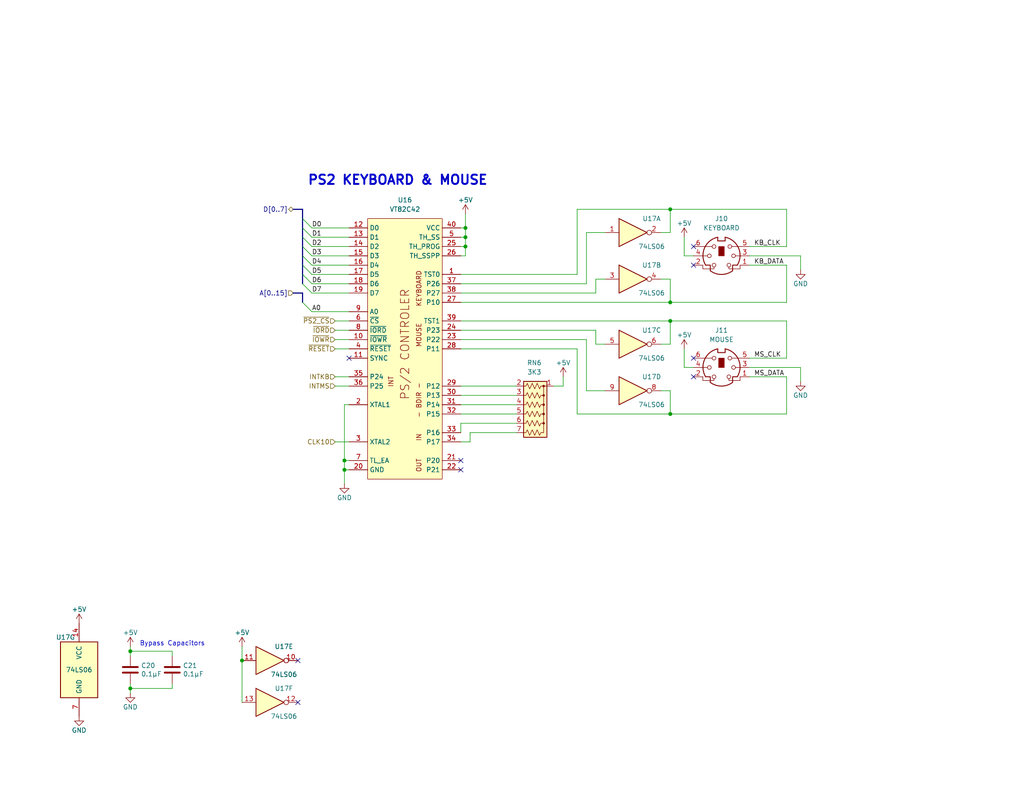
<source format=kicad_sch>
(kicad_sch (version 20230121) (generator eeschema)
  (paper "USLetter")
  (title_block (date "2023-08-13") (rev "V2") (company "Frédéric Segard  (@microhobbyist)"))
  (lib_symbols
    (symbol "+5V_1" (power) (pin_names (offset 0))
      (property "Value" "+5V_1" (at 0 3.556 0))
      (symbol "+5V_1_0_1"
        (polyline (pts (xy -0.762 1.27) (xy 0 2.54)))
        (polyline (pts (xy 0 0) (xy 0 2.54)))
        (polyline (pts (xy 0 2.54) (xy 0.762 1.27)))
      )
      (symbol "+5V_1_1_1"
        (pin power_in line (at 0 0 90) (length 0) hide (name "+5V") (number "1"))
      )
    )
    (symbol "0_Library:VT82C42"
      (property "Reference" "U" (at 0 2.54 0))
      (property "Value" "VT82C42" (at 0 0 0))
      (symbol "VT82C42_0_0"
        (text "- BDIR -" (at 3.81 -50.8 900) (effects (font (size 1.27 1.27))))
        (text "IN" (at 3.81 -60.96 900) (effects (font (size 1.27 1.27))))
        (text "INT" (at -3.81 -45.72 900) (effects (font (size 1.27 1.27))))
        (text "KEYBOARD" (at 3.81 -20.32 900) (effects (font (size 1.27 1.27))))
        (text "MOUSE" (at 3.81 -33.02 900) (effects (font (size 1.27 1.27))))
        (text "OUT" (at 3.81 -68.58 900) (effects (font (size 1.27 1.27))))
        (text "PS/2 CONTROLER" (at 0 -35.56 900) (effects (font (size 2.27 2.27))))
      )
      (symbol "VT82C42_0_1"
        (rectangle (start -10.16 -1.27) (end 10.16 -72.39) (fill (type background)))
      )
      (symbol "VT82C42_1_1"
        (pin input line (at 15.24 -16.51 180) (length 5.08) (name "TST0") (number "1"))
        (pin input line (at -15.24 -34.29 0) (length 5.08) (name "~{IOWR}") (number "10"))
        (pin output line (at -15.24 -39.37 0) (length 5.08) (name "SYNC") (number "11"))
        (pin bidirectional line (at -15.24 -3.81 0) (length 5.08) (name "D0") (number "12"))
        (pin bidirectional line (at -15.24 -6.35 0) (length 5.08) (name "D1") (number "13"))
        (pin bidirectional line (at -15.24 -8.89 0) (length 5.08) (name "D2") (number "14"))
        (pin bidirectional line (at -15.24 -11.43 0) (length 5.08) (name "D3") (number "15"))
        (pin bidirectional line (at -15.24 -13.97 0) (length 5.08) (name "D4") (number "16"))
        (pin bidirectional line (at -15.24 -16.51 0) (length 5.08) (name "D5") (number "17"))
        (pin bidirectional line (at -15.24 -19.05 0) (length 5.08) (name "D6") (number "18"))
        (pin bidirectional line (at -15.24 -21.59 0) (length 5.08) (name "D7") (number "19"))
        (pin input line (at -15.24 -52.07 0) (length 5.08) (name "XTAL1") (number "2"))
        (pin power_in line (at -15.24 -69.85 0) (length 5.08) (name "GND") (number "20"))
        (pin output line (at 15.24 -67.31 180) (length 5.08) (name "P20") (number "21"))
        (pin output line (at 15.24 -69.85 180) (length 5.08) (name "P21") (number "22"))
        (pin output line (at 15.24 -34.29 180) (length 5.08) (name "P22") (number "23"))
        (pin output line (at 15.24 -31.75 180) (length 5.08) (name "P23") (number "24"))
        (pin input line (at 15.24 -8.89 180) (length 5.08) (name "TH_PROG") (number "25"))
        (pin input line (at 15.24 -11.43 180) (length 5.08) (name "TH_SSPP") (number "26"))
        (pin bidirectional line (at 15.24 -24.13 180) (length 5.08) (name "P10") (number "27"))
        (pin bidirectional line (at 15.24 -36.83 180) (length 5.08) (name "P11") (number "28"))
        (pin bidirectional line (at 15.24 -46.99 180) (length 5.08) (name "P12") (number "29"))
        (pin input line (at -15.24 -62.23 0) (length 5.08) (name "XTAL2") (number "3"))
        (pin bidirectional line (at 15.24 -49.53 180) (length 5.08) (name "P13") (number "30"))
        (pin bidirectional line (at 15.24 -52.07 180) (length 5.08) (name "P14") (number "31"))
        (pin bidirectional line (at 15.24 -54.61 180) (length 5.08) (name "P15") (number "32"))
        (pin input line (at 15.24 -59.69 180) (length 5.08) (name "P16") (number "33"))
        (pin input line (at 15.24 -62.23 180) (length 5.08) (name "P17") (number "34"))
        (pin output line (at -15.24 -44.45 0) (length 5.08) (name "P24") (number "35"))
        (pin output line (at -15.24 -46.99 0) (length 5.08) (name "P25") (number "36"))
        (pin output line (at 15.24 -19.05 180) (length 5.08) (name "P26") (number "37"))
        (pin output line (at 15.24 -21.59 180) (length 5.08) (name "P27") (number "38"))
        (pin input line (at 15.24 -29.21 180) (length 5.08) (name "TST1") (number "39"))
        (pin input line (at -15.24 -36.83 0) (length 5.08) (name "~{RESET}") (number "4"))
        (pin power_in line (at 15.24 -3.81 180) (length 5.08) (name "VCC") (number "40"))
        (pin input line (at 15.24 -6.35 180) (length 5.08) (name "TH_SS") (number "5"))
        (pin input line (at -15.24 -29.21 0) (length 5.08) (name "~{CS}") (number "6"))
        (pin input line (at -15.24 -67.31 0) (length 5.08) (name "TL_EA") (number "7"))
        (pin input line (at -15.24 -31.75 0) (length 5.08) (name "~{IORD}") (number "8"))
        (pin input line (at -15.24 -26.67 0) (length 5.08) (name "A0") (number "9"))
      )
    )
    (symbol "74xx:74LS06" (pin_names (offset 1.016))
      (property "Reference" "U" (at 0 1.27 0))
      (property "Value" "74LS06" (at 0 -1.27 0))
      (symbol "74LS06_1_0"
        (polyline (pts (xy -3.81 3.81) (xy -3.81 -3.81) (xy 3.81 0) (xy -3.81 3.81)) (stroke (width 0.254)) (fill (type background)))
        (pin input line (at -7.62 0 0) (length 3.81) (name "~") (number "1"))
        (pin open_collector inverted (at 7.62 0 180) (length 3.81) (name "~") (number "2"))
      )
      (symbol "74LS06_2_0"
        (polyline (pts (xy -3.81 3.81) (xy -3.81 -3.81) (xy 3.81 0) (xy -3.81 3.81)) (stroke (width 0.254)) (fill (type background)))
        (pin input line (at -7.62 0 0) (length 3.81) (name "~") (number "3"))
        (pin open_collector inverted (at 7.62 0 180) (length 3.81) (name "~") (number "4"))
      )
      (symbol "74LS06_3_0"
        (polyline (pts (xy -3.81 3.81) (xy -3.81 -3.81) (xy 3.81 0) (xy -3.81 3.81)) (stroke (width 0.254)) (fill (type background)))
        (pin input line (at -7.62 0 0) (length 3.81) (name "~") (number "5"))
        (pin open_collector inverted (at 7.62 0 180) (length 3.81) (name "~") (number "6"))
      )
      (symbol "74LS06_4_0"
        (polyline (pts (xy -3.81 3.81) (xy -3.81 -3.81) (xy 3.81 0) (xy -3.81 3.81)) (stroke (width 0.254)) (fill (type background)))
        (pin open_collector inverted (at 7.62 0 180) (length 3.81) (name "~") (number "8"))
        (pin input line (at -7.62 0 0) (length 3.81) (name "~") (number "9"))
      )
      (symbol "74LS06_5_0"
        (polyline (pts (xy -3.81 3.81) (xy -3.81 -3.81) (xy 3.81 0) (xy -3.81 3.81)) (stroke (width 0.254)) (fill (type background)))
        (pin open_collector inverted (at 7.62 0 180) (length 3.81) (name "~") (number "10"))
        (pin input line (at -7.62 0 0) (length 3.81) (name "~") (number "11"))
      )
      (symbol "74LS06_6_0"
        (polyline (pts (xy -3.81 3.81) (xy -3.81 -3.81) (xy 3.81 0) (xy -3.81 3.81)) (stroke (width 0.254)) (fill (type background)))
        (pin open_collector inverted (at 7.62 0 180) (length 3.81) (name "~") (number "12"))
        (pin input line (at -7.62 0 0) (length 3.81) (name "~") (number "13"))
      )
      (symbol "74LS06_7_0"
        (pin power_in line (at 0 12.7 270) (length 5.08) (name "VCC") (number "14"))
        (pin power_in line (at 0 -12.7 90) (length 5.08) (name "GND") (number "7"))
      )
      (symbol "74LS06_7_1"
        (rectangle (start -5.08 7.62) (end 5.08 -7.62) (stroke (width 0.254)) (fill (type background)))
      )
    )
    (symbol "Connector:Mini-DIN-6" (pin_names (offset 1.016))
      (property "Reference" "J" (at 0 6.35 0))
      (property "Value" "Mini-DIN-6" (at 0 -6.35 0))
      (symbol "Mini-DIN-6_0_1"
        (circle (center -3.302 0) (radius 0.508))
        (arc (start -3.048 -4.064) (mid 0 -5.08) (end 3.048 -4.064) (stroke (width 0.254)))
        (circle (center -2.032 -2.54) (radius 0.508))
        (circle (center -2.032 2.54) (radius 0.508))
        (arc (start -1.016 5.08) (mid -4.6228 2.1214) (end -4.318 -2.54) (stroke (width 0.254)))
        (rectangle (start -0.762 2.54) (end 0.762 0) (fill (type outline)))
        (polyline (pts (xy -3.81 0) (xy -5.08 0)))
        (polyline (pts (xy -2.54 2.54) (xy -5.08 2.54)))
        (polyline (pts (xy 2.794 2.54) (xy 5.08 2.54)))
        (polyline (pts (xy 5.08 0) (xy 3.81 0)))
        (polyline (pts (xy -4.318 -2.54) (xy -3.048 -2.54) (xy -3.048 -4.064)) (stroke (width 0.254)))
        (polyline (pts (xy 4.318 -2.54) (xy 3.048 -2.54) (xy 3.048 -4.064)) (stroke (width 0.254)))
        (polyline (pts (xy -2.032 -3.048) (xy -2.032 -3.556) (xy -5.08 -3.556) (xy -5.08 -2.54)))
        (polyline (pts (xy -1.016 5.08) (xy -1.016 4.064) (xy 1.016 4.064) (xy 1.016 5.08)) (stroke (width 0.254)))
        (polyline (pts (xy 2.032 -3.048) (xy 2.032 -3.556) (xy 5.08 -3.556) (xy 5.08 -2.54)))
        (circle (center 2.032 -2.54) (radius 0.508))
        (circle (center 2.286 2.54) (radius 0.508))
        (circle (center 3.302 0) (radius 0.508))
        (arc (start 4.318 -2.54) (mid 4.6661 2.1322) (end 1.016 5.08) (stroke (width 0.254)))
      )
      (symbol "Mini-DIN-6_1_1"
        (pin passive line (at 7.62 -2.54 180) (length 2.54) (name "~") (number "1"))
        (pin passive line (at -7.62 -2.54 0) (length 2.54) (name "~") (number "2"))
        (pin passive line (at 7.62 0 180) (length 2.54) (name "~") (number "3"))
        (pin passive line (at -7.62 0 0) (length 2.54) (name "~") (number "4"))
        (pin passive line (at 7.62 2.54 180) (length 2.54) (name "~") (number "5"))
        (pin passive line (at -7.62 2.54 0) (length 2.54) (name "~") (number "6"))
      )
    )
    (symbol "Device:C" (pin_numbers hide) (pin_names (offset 0.254))
      (property "Reference" "C" (at 0.635 2.54 0))
      (property "Value" "C" (at 0.635 -2.54 0))
      (symbol "C_0_1"
        (polyline (pts (xy -2.032 -0.762) (xy 2.032 -0.762)) (stroke (width 0.508)))
        (polyline (pts (xy -2.032 0.762) (xy 2.032 0.762)) (stroke (width 0.508)))
      )
      (symbol "C_1_1"
        (pin passive line (at 0 3.81 270) (length 2.794) (name "~") (number "1"))
        (pin passive line (at 0 -3.81 90) (length 2.794) (name "~") (number "2"))
      )
    )
    (symbol "Device:R_Network06_US" (pin_names (offset 0) hide)
      (property "Reference" "RN" (at -10.16 0 90))
      (property "Value" "R_Network06_US" (at 7.62 0 90))
      (symbol "R_Network06_US_0_1"
        (rectangle (start -8.89 -3.175) (end 6.35 3.175) (stroke (width 0.254)) (fill (type background)))
        (circle (center -7.62 2.286) (radius 0.254) (fill (type outline)))
        (circle (center -5.08 2.286) (radius 0.254) (fill (type outline)))
        (circle (center -2.54 2.286) (radius 0.254) (fill (type outline)))
        (polyline (pts (xy -7.62 2.286) (xy 5.08 2.286)))
        (polyline (pts (xy -7.62 2.286) (xy -7.62 1.524) (xy -6.858 1.1684) (xy -8.382 0.508) (xy -6.858 -0.1524) (xy -8.382 -0.8382) (xy -6.858 -1.524) (xy -8.382 -2.1844) (xy -7.62 -2.54) (xy -7.62 -3.81)))
        (polyline (pts (xy -5.08 2.286) (xy -5.08 1.524) (xy -4.318 1.1684) (xy -5.842 0.508) (xy -4.318 -0.1524) (xy -5.842 -0.8382) (xy -4.318 -1.524) (xy -5.842 -2.1844) (xy -5.08 -2.54) (xy -5.08 -3.81)))
        (polyline (pts (xy -2.54 2.286) (xy -2.54 1.524) (xy -1.778 1.1684) (xy -3.302 0.508) (xy -1.778 -0.1524) (xy -3.302 -0.8382) (xy -1.778 -1.524) (xy -3.302 -2.1844) (xy -2.54 -2.54) (xy -2.54 -3.81)))
        (polyline (pts (xy 0 2.286) (xy 0 1.524) (xy 0.762 1.1684) (xy -0.762 0.508) (xy 0.762 -0.1524) (xy -0.762 -0.8382) (xy 0.762 -1.524) (xy -0.762 -2.1844) (xy 0 -2.54) (xy 0 -3.81)))
        (polyline (pts (xy 2.54 2.286) (xy 2.54 1.524) (xy 3.302 1.1684) (xy 1.778 0.508) (xy 3.302 -0.1524) (xy 1.778 -0.8382) (xy 3.302 -1.524) (xy 1.778 -2.1844) (xy 2.54 -2.54) (xy 2.54 -3.81)))
        (polyline (pts (xy 5.08 2.286) (xy 5.08 1.524) (xy 5.842 1.1684) (xy 4.318 0.508) (xy 5.842 -0.1524) (xy 4.318 -0.8382) (xy 5.842 -1.524) (xy 4.318 -2.1844) (xy 5.08 -2.54) (xy 5.08 -3.81)))
        (circle (center 0 2.286) (radius 0.254) (fill (type outline)))
        (circle (center 2.54 2.286) (radius 0.254) (fill (type outline)))
      )
      (symbol "R_Network06_US_1_1"
        (pin passive line (at -7.62 5.08 270) (length 2.54) (name "common") (number "1"))
        (pin passive line (at -7.62 -5.08 90) (length 1.27) (name "R1") (number "2"))
        (pin passive line (at -5.08 -5.08 90) (length 1.27) (name "R2") (number "3"))
        (pin passive line (at -2.54 -5.08 90) (length 1.27) (name "R3") (number "4"))
        (pin passive line (at 0 -5.08 90) (length 1.27) (name "R4") (number "5"))
        (pin passive line (at 2.54 -5.08 90) (length 1.27) (name "R5") (number "6"))
        (pin passive line (at 5.08 -5.08 90) (length 1.27) (name "R6") (number "7"))
      )
    )
    (symbol "GND_1" (power) (pin_names (offset 0))
      (property "Value" "GND_1" (at 0 -3.81 0))
      (symbol "GND_1_0_1"
        (polyline (pts (xy 0 0) (xy 0 -1.27) (xy 1.27 -1.27) (xy 0 -2.54) (xy -1.27 -1.27) (xy 0 -1.27)))
      )
      (symbol "GND_1_1_1"
        (pin power_in line (at 0 0 270) (length 0) hide (name "GND") (number "1"))
      )
    )
  )
  (junction (at 93.98 128.27))
  (junction (at 35.56 177.8))
  (junction (at 182.88 57.15))
  (junction (at 127 62.23))
  (junction (at 182.88 87.63))
  (junction (at 93.98 125.73))
  (junction (at 66.04 180.34))
  (junction (at 127 67.31))
  (junction (at 35.56 187.96))
  (junction (at 127 64.77))
  (junction (at 182.88 113.03))
  (junction (at 182.88 82.55))
  (no_connect (at 189.23 72.39))
  (no_connect (at 95.25 97.79))
  (no_connect (at 189.23 97.79))
  (no_connect (at 189.23 67.31))
  (no_connect (at 81.28 180.34))
  (no_connect (at 189.23 102.87))
  (no_connect (at 125.73 125.73))
  (no_connect (at 81.28 191.77))
  (no_connect (at 125.73 128.27))
  (bus_entry (at 82.55 62.23) (size 2.54 2.54))
  (bus_entry (at 82.55 69.85) (size 2.54 2.54))
  (bus_entry (at 82.55 67.31) (size 2.54 2.54))
  (bus_entry (at 82.55 64.77) (size 2.54 2.54))
  (bus_entry (at 82.55 59.69) (size 2.54 2.54))
  (bus_entry (at 82.55 77.47) (size 2.54 2.54))
  (bus_entry (at 82.55 72.39) (size 2.54 2.54))
  (bus_entry (at 85.09 85.09) (size -2.54 -2.54))
  (bus_entry (at 82.55 74.93) (size 2.54 2.54))
  (wire (pts (xy 127 58.42) (xy 127 62.23)))
  (bus (pts (xy 82.55 74.93) (xy 82.55 72.39)))
  (wire (pts (xy 162.56 90.17) (xy 125.73 90.17)))
  (wire (pts (xy 93.98 125.73) (xy 95.25 125.73)))
  (wire (pts (xy 125.73 113.03) (xy 140.97 113.03)))
  (wire (pts (xy 91.44 105.41) (xy 95.25 105.41)))
  (wire (pts (xy 160.02 106.68) (xy 160.02 92.71)))
  (wire (pts (xy 182.88 57.15) (xy 182.88 63.5)))
  (wire (pts (xy 160.02 77.47) (xy 125.73 77.47)))
  (bus (pts (xy 82.55 82.55) (xy 82.55 80.01)))
  (bus (pts (xy 82.55 67.31) (xy 82.55 64.77)))
  (wire (pts (xy 125.73 120.65) (xy 128.27 120.65)))
  (wire (pts (xy 180.34 106.68) (xy 182.88 106.68)))
  (wire (pts (xy 91.44 102.87) (xy 95.25 102.87)))
  (wire (pts (xy 204.47 72.39) (xy 214.63 72.39)))
  (wire (pts (xy 214.63 82.55) (xy 214.63 72.39)))
  (wire (pts (xy 35.56 186.69) (xy 35.56 187.96)))
  (wire (pts (xy 157.48 74.93) (xy 125.73 74.93)))
  (wire (pts (xy 127 64.77) (xy 127 67.31)))
  (bus (pts (xy 80.01 80.01) (xy 82.55 80.01)))
  (wire (pts (xy 160.02 63.5) (xy 160.02 77.47)))
  (bus (pts (xy 82.55 69.85) (xy 82.55 67.31)))
  (wire (pts (xy 46.99 177.8) (xy 35.56 177.8)))
  (wire (pts (xy 204.47 67.31) (xy 214.63 67.31)))
  (wire (pts (xy 127 67.31) (xy 127 69.85)))
  (wire (pts (xy 162.56 76.2) (xy 162.56 80.01)))
  (bus (pts (xy 82.55 72.39) (xy 82.55 69.85)))
  (wire (pts (xy 93.98 128.27) (xy 95.25 128.27)))
  (wire (pts (xy 125.73 64.77) (xy 127 64.77)))
  (wire (pts (xy 214.63 102.87) (xy 214.63 113.03)))
  (wire (pts (xy 85.09 85.09) (xy 95.25 85.09)))
  (wire (pts (xy 182.88 82.55) (xy 214.63 82.55)))
  (wire (pts (xy 93.98 125.73) (xy 93.98 128.27)))
  (wire (pts (xy 165.1 106.68) (xy 160.02 106.68)))
  (wire (pts (xy 128.27 120.65) (xy 128.27 118.11)))
  (wire (pts (xy 35.56 187.96) (xy 46.99 187.96)))
  (wire (pts (xy 182.88 63.5) (xy 180.34 63.5)))
  (wire (pts (xy 35.56 177.8) (xy 35.56 179.07)))
  (wire (pts (xy 66.04 180.34) (xy 66.04 191.77)))
  (wire (pts (xy 204.47 102.87) (xy 214.63 102.87)))
  (wire (pts (xy 91.44 87.63) (xy 95.25 87.63)))
  (bus (pts (xy 82.55 62.23) (xy 82.55 59.69)))
  (wire (pts (xy 85.09 67.31) (xy 95.25 67.31)))
  (wire (pts (xy 160.02 63.5) (xy 165.1 63.5)))
  (wire (pts (xy 157.48 113.03) (xy 157.48 95.25)))
  (wire (pts (xy 35.56 187.96) (xy 35.56 189.23)))
  (wire (pts (xy 128.27 118.11) (xy 140.97 118.11)))
  (wire (pts (xy 182.88 76.2) (xy 182.88 82.55)))
  (wire (pts (xy 162.56 76.2) (xy 165.1 76.2)))
  (wire (pts (xy 125.73 115.57) (xy 140.97 115.57)))
  (wire (pts (xy 93.98 110.49) (xy 95.25 110.49)))
  (wire (pts (xy 160.02 92.71) (xy 125.73 92.71)))
  (wire (pts (xy 125.73 80.01) (xy 162.56 80.01)))
  (wire (pts (xy 153.67 105.41) (xy 151.13 105.41)))
  (wire (pts (xy 204.47 100.33) (xy 218.44 100.33)))
  (wire (pts (xy 46.99 186.69) (xy 46.99 187.96)))
  (wire (pts (xy 85.09 74.93) (xy 95.25 74.93)))
  (wire (pts (xy 182.88 87.63) (xy 182.88 93.98)))
  (wire (pts (xy 127 62.23) (xy 127 64.77)))
  (wire (pts (xy 218.44 69.85) (xy 218.44 73.66)))
  (wire (pts (xy 125.73 110.49) (xy 140.97 110.49)))
  (wire (pts (xy 93.98 128.27) (xy 93.98 132.08)))
  (wire (pts (xy 182.88 87.63) (xy 214.63 87.63)))
  (wire (pts (xy 189.23 69.85) (xy 186.69 69.85)))
  (wire (pts (xy 180.34 76.2) (xy 182.88 76.2)))
  (wire (pts (xy 85.09 77.47) (xy 95.25 77.47)))
  (wire (pts (xy 153.67 102.87) (xy 153.67 105.41)))
  (bus (pts (xy 82.55 64.77) (xy 82.55 62.23)))
  (wire (pts (xy 157.48 95.25) (xy 125.73 95.25)))
  (wire (pts (xy 182.88 113.03) (xy 157.48 113.03)))
  (wire (pts (xy 125.73 105.41) (xy 140.97 105.41)))
  (wire (pts (xy 165.1 93.98) (xy 162.56 93.98)))
  (wire (pts (xy 125.73 67.31) (xy 127 67.31)))
  (wire (pts (xy 125.73 82.55) (xy 182.88 82.55)))
  (wire (pts (xy 85.09 80.01) (xy 95.25 80.01)))
  (wire (pts (xy 214.63 57.15) (xy 182.88 57.15)))
  (wire (pts (xy 125.73 87.63) (xy 182.88 87.63)))
  (wire (pts (xy 186.69 69.85) (xy 186.69 64.77)))
  (wire (pts (xy 214.63 87.63) (xy 214.63 97.79)))
  (wire (pts (xy 182.88 106.68) (xy 182.88 113.03)))
  (wire (pts (xy 66.04 176.53) (xy 66.04 180.34)))
  (wire (pts (xy 85.09 69.85) (xy 95.25 69.85)))
  (wire (pts (xy 91.44 92.71) (xy 95.25 92.71)))
  (bus (pts (xy 82.55 77.47) (xy 82.55 74.93)))
  (wire (pts (xy 46.99 179.07) (xy 46.99 177.8)))
  (wire (pts (xy 204.47 97.79) (xy 214.63 97.79)))
  (wire (pts (xy 157.48 57.15) (xy 157.48 74.93)))
  (wire (pts (xy 189.23 100.33) (xy 186.69 100.33)))
  (wire (pts (xy 91.44 95.25) (xy 95.25 95.25)))
  (wire (pts (xy 125.73 118.11) (xy 125.73 115.57)))
  (wire (pts (xy 35.56 176.53) (xy 35.56 177.8)))
  (wire (pts (xy 85.09 64.77) (xy 95.25 64.77)))
  (wire (pts (xy 85.09 72.39) (xy 95.25 72.39)))
  (wire (pts (xy 91.44 120.65) (xy 95.25 120.65)))
  (wire (pts (xy 186.69 100.33) (xy 186.69 95.25)))
  (wire (pts (xy 162.56 93.98) (xy 162.56 90.17)))
  (wire (pts (xy 180.34 93.98) (xy 182.88 93.98)))
  (wire (pts (xy 93.98 110.49) (xy 93.98 125.73)))
  (wire (pts (xy 127 69.85) (xy 125.73 69.85)))
  (wire (pts (xy 125.73 107.95) (xy 140.97 107.95)))
  (wire (pts (xy 214.63 113.03) (xy 182.88 113.03)))
  (wire (pts (xy 214.63 67.31) (xy 214.63 57.15)))
  (bus (pts (xy 80.01 57.15) (xy 82.55 57.15)))
  (bus (pts (xy 82.55 59.69) (xy 82.55 57.15)))
  (wire (pts (xy 85.09 62.23) (xy 95.25 62.23)))
  (wire (pts (xy 125.73 62.23) (xy 127 62.23)))
  (wire (pts (xy 91.44 90.17) (xy 95.25 90.17)))
  (wire (pts (xy 218.44 100.33) (xy 218.44 104.14)))
  (wire (pts (xy 157.48 57.15) (xy 182.88 57.15)))
  (wire (pts (xy 204.47 69.85) (xy 218.44 69.85)))
  (text "PS2 KEYBOARD & MOUSE" (at 83.82 50.8 0) (effects (font (size 2.54 2.54) (thickness 0.508) bold) (justify left bottom)))
  (text "Bypass Capacitors" (at 38.1 176.53 0) (effects (font (size 1.27 1.27)) (justify left bottom)))
  (label "MS_CLK" (at 205.74 97.79 0))
  (label "A0" (at 85.09 85.09 0))
  (label "D3" (at 85.09 69.85 0))
  (label "MS_DATA" (at 205.74 102.87 0))
  (label "KB_DATA" (at 205.74 72.39 0))
  (label "D5" (at 85.09 74.93 0))
  (label "D1" (at 85.09 64.77 0))
  (label "KB_CLK" (at 205.74 67.31 0))
  (label "D7" (at 85.09 80.01 0))
  (label "D4" (at 85.09 72.39 0))
  (label "D2" (at 85.09 67.31 0))
  (label "D0" (at 85.09 62.23 0))
  (label "D6" (at 85.09 77.47 0))
  (hierarchical_label "INTMS" (shape input) (at 91.44 105.41 180))
  (hierarchical_label "~{RESET}" (shape input) (at 91.44 95.25 180))
  (hierarchical_label "D[0..7]" (shape bidirectional) (at 80.01 57.15 180))
  (hierarchical_label "~{IOWR}" (shape input) (at 91.44 92.71 180))
  (hierarchical_label "~{PS2_CS}" (shape input) (at 91.44 87.63 180))
  (hierarchical_label "A[0..15]" (shape input) (at 80.01 80.01 180))
  (hierarchical_label "~{IORD}" (shape input) (at 91.44 90.17 180))
  (hierarchical_label "INTKB" (shape input) (at 91.44 102.87 180))
  (hierarchical_label "CLK10" (shape input) (at 91.44 120.65 180))
  (symbol (lib_name "+5V_1") (lib_id "power:+5V") (at 153.67 102.87 0) (unit 1)
    (property "Reference" "#PWR055" (effects hide))
    (property "Value" "+5V" (at 153.67 99.06 0))
    (instances (project "2 - CPU and memory card with the essential peripherals" (path "" (reference "#PWR055") (unit 1)) (path "" (reference "#PWR063") (unit 1))) (project "3 - Quad Serial card v3" (path "" (reference "#PWR?") (unit 1)) (path "" (reference "#PWR?") (unit 1))))
  )
  (symbol (lib_id "74xx:74LS06") (at 172.72 106.68 0) (unit 4)
    (property "Reference" "U17" (at 177.8 102.87 0))
    (property "Value" "74LS06" (at 177.8 110.49 0))
    (property "Footprint" "Package_DIP:DIP-14_W7.62mm_Socket" (effects hide))
    (property "Datasheet" "http://www.ti.com/lit/gpn/sn74LS06" (effects hide))
    (instances (project "2 - CPU and memory card with the essential peripherals" (path "" (reference "U17") (unit 4))) (project "" (path "" (reference "U?") (unit 4))))
  )
  (symbol (lib_id "74xx:74LS06") (at 21.59 182.88 0) (unit 7)
    (property "Reference" "U17" (at 15.24 173.99 0) (effects (justify left)))
    (property "Value" "74LS06" (at 21.59 182.88 0))
    (property "Footprint" "Package_DIP:DIP-14_W7.62mm_Socket" (effects hide))
    (property "Datasheet" "http://www.ti.com/lit/gpn/sn74LS06" (effects hide))
    (instances (project "2 - CPU and memory card with the essential peripherals" (path "" (reference "U17") (unit 7))) (project "" (path "" (reference "U?") (unit 7))))
  )
  (symbol (lib_id "Connector:Mini-DIN-6") (at 196.85 69.85 0) (unit 1)
    (property "Reference" "J10" (at 196.8677 59.69 0))
    (property "Value" "KEYBOARD" (at 196.8677 62.23 0))
    (property "Footprint" "0_Library:Mini-DIN_6p" (effects hide))
    (property "Datasheet" "http://service.powerdynamics.com/ec/Catalog17/Section%2011.pdf" (effects hide))
    (instances (project "2 - CPU and memory card with the essential peripherals" (path "" (reference "J10") (unit 1))) (project "" (path "" (reference "J?") (unit 1))))
  )
  (symbol (lib_name "GND_1") (lib_id "power:GND") (at 218.44 104.14 0) (unit 1)
    (property "Reference" "#PWR065" (effects hide))
    (property "Value" "GND" (at 218.44 107.95 0))
  )
  (symbol (lib_id "74xx:74LS06") (at 172.72 93.98 0) (unit 3)
    (property "Reference" "U17" (at 177.8 90.17 0))
    (property "Value" "74LS06" (at 177.8 97.79 0))
    (property "Footprint" "Package_DIP:DIP-14_W7.62mm_Socket" (effects hide))
    (property "Datasheet" "http://www.ti.com/lit/gpn/sn74LS06" (effects hide))
    (instances (project "2 - CPU and memory card with the essential peripherals" (path "" (reference "U17") (unit 3))) (project "" (path "" (reference "U?") (unit 3))))
  )
  (symbol (lib_name "+5V_1") (lib_id "power:+5V") (at 186.69 64.77 0) (unit 1)
    (property "Reference" "#PWR055" (effects hide))
    (property "Value" "+5V" (at 186.69 60.96 0))
    (instances (project "2 - CPU and memory card with the essential peripherals" (path "" (reference "#PWR055") (unit 1)) (path "" (reference "#PWR046") (unit 1))) (project "3 - Quad Serial card v3" (path "" (reference "#PWR?") (unit 1)) (path "" (reference "#PWR?") (unit 1))))
  )
  (symbol (lib_id "74xx:74LS06") (at 172.72 76.2 0) (unit 2)
    (property "Reference" "U17" (at 177.8 72.39 0))
    (property "Value" "74LS06" (at 177.8 80.01 0))
    (property "Footprint" "Package_DIP:DIP-14_W7.62mm_Socket" (effects hide))
    (property "Datasheet" "http://www.ti.com/lit/gpn/sn74LS06" (effects hide))
    (instances (project "2 - CPU and memory card with the essential peripherals" (path "" (reference "U17") (unit 2))) (project "" (path "" (reference "U?") (unit 2))))
  )
  (symbol (lib_id "Device:R_Network06_US") (at 146.05 113.03 270) (unit 1)
    (property "Reference" "RN6" (at 145.796 99.06 90))
    (property "Value" "3K3" (at 145.796 101.6 90))
    (property "Footprint" "Resistor_THT:R_Array_SIP7" (effects hide))
    (property "Datasheet" "http://www.vishay.com/docs/31509/csc.pdf" (effects hide))
  )
  (symbol (lib_id "74xx:74LS06") (at 172.72 63.5 0) (unit 1)
    (property "Reference" "U17" (at 177.8 59.69 0))
    (property "Value" "74LS06" (at 177.8 67.31 0))
    (property "Footprint" "Package_DIP:DIP-14_W7.62mm_Socket" (effects hide))
    (property "Datasheet" "http://www.ti.com/lit/gpn/sn74LS06" (effects hide))
    (instances (project "2 - CPU and memory card with the essential peripherals" (path "" (reference "U17") (unit 1))) (project "" (path "" (reference "U?") (unit 1))))
  )
  (symbol (lib_name "+5V_1") (lib_id "power:+5V") (at 186.69 95.25 0) (unit 1)
    (property "Reference" "#PWR055" (effects hide))
    (property "Value" "+5V" (at 186.69 91.44 0))
    (instances (project "2 - CPU and memory card with the essential peripherals" (path "" (reference "#PWR055") (unit 1)) (path "" (reference "#PWR064") (unit 1))) (project "3 - Quad Serial card v3" (path "" (reference "#PWR?") (unit 1)) (path "" (reference "#PWR?") (unit 1))))
  )
  (symbol (lib_name "+5V_1") (lib_id "power:+5V") (at 35.56 176.53 0) (unit 1)
    (property "Reference" "#PWR055" (effects hide))
    (property "Value" "+5V" (at 35.56 172.72 0))
    (instances (project "2 - CPU and memory card with the essential peripherals" (path "" (reference "#PWR055") (unit 1)) (path "" (reference "#PWR075") (unit 1))) (project "3 - Quad Serial card v3" (path "" (reference "#PWR?") (unit 1)) (path "" (reference "#PWR?") (unit 1))))
  )
  (symbol (lib_name "+5V_1") (lib_id "power:+5V") (at 66.04 176.53 0) (unit 1)
    (property "Reference" "#PWR055" (effects hide))
    (property "Value" "+5V" (at 66.04 172.72 0))
    (instances (project "2 - CPU and memory card with the essential peripherals" (path "" (reference "#PWR055") (unit 1)) (path "" (reference "#PWR069") (unit 1))) (project "3 - Quad Serial card v3" (path "" (reference "#PWR?") (unit 1)) (path "" (reference "#PWR?") (unit 1))))
  )
  (symbol (lib_id "74xx:74LS06") (at 73.66 191.77 0) (unit 6)
    (property "Reference" "U17" (at 77.47 187.96 0))
    (property "Value" "74LS06" (at 77.47 195.58 0))
    (property "Footprint" "Package_DIP:DIP-14_W7.62mm_Socket" (effects hide))
    (property "Datasheet" "http://www.ti.com/lit/gpn/sn74LS06" (effects hide))
    (instances (project "2 - CPU and memory card with the essential peripherals" (path "" (reference "U17") (unit 6))) (project "" (path "" (reference "U?") (unit 6))))
  )
  (symbol (lib_name "GND_1") (lib_id "power:GND") (at 21.59 195.58 0) (unit 1)
    (property "Reference" "#PWR071" (effects hide))
    (property "Value" "GND" (at 21.59 199.39 0))
  )
  (symbol (lib_name "+5V_1") (lib_id "power:+5V") (at 21.59 170.18 0) (unit 1)
    (property "Reference" "#PWR055" (effects hide))
    (property "Value" "+5V" (at 21.59 166.37 0))
    (instances (project "2 - CPU and memory card with the essential peripherals" (path "" (reference "#PWR055") (unit 1)) (path "" (reference "#PWR067") (unit 1))) (project "3 - Quad Serial card v3" (path "" (reference "#PWR?") (unit 1)) (path "" (reference "#PWR?") (unit 1))))
  )
  (symbol (lib_name "GND_1") (lib_id "power:GND") (at 93.98 132.08 0) (unit 1)
    (property "Reference" "#PWR068" (effects hide))
    (property "Value" "GND" (at 93.98 135.89 0))
  )
  (symbol (lib_id "74xx:74LS06") (at 73.66 180.34 0) (unit 5)
    (property "Reference" "U17" (at 77.47 176.53 0))
    (property "Value" "74LS06" (at 77.47 184.15 0))
    (property "Footprint" "Package_DIP:DIP-14_W7.62mm_Socket" (effects hide))
    (property "Datasheet" "http://www.ti.com/lit/gpn/sn74LS06" (effects hide))
    (instances (project "2 - CPU and memory card with the essential peripherals" (path "" (reference "U17") (unit 5))) (project "" (path "" (reference "U?") (unit 5))))
  )
  (symbol (lib_id "Device:C") (at 35.56 182.88 0) (unit 1)
    (property "Reference" "C20" (at 38.481 181.7116 0) (effects (justify left)))
    (property "Value" "0.1µF" (at 38.481 184.023 0) (effects (justify left)))
    (property "Footprint" "Capacitor_THT:C_Disc_D3.0mm_W1.6mm_P2.50mm" (effects hide))
    (instances (project "2 - CPU and memory card with the essential peripherals" (path "" (reference "C20") (unit 1))) (project "" (path "" (reference "C?") (unit 1))))
  )
  (symbol (lib_name "+5V_1") (lib_id "power:+5V") (at 127 58.42 0) (unit 1)
    (property "Reference" "#PWR055" (effects hide))
    (property "Value" "+5V" (at 127 54.61 0))
    (instances (project "2 - CPU and memory card with the essential peripherals" (path "" (reference "#PWR055") (unit 1)) (path "" (reference "#PWR049") (unit 1))) (project "3 - Quad Serial card v3" (path "" (reference "#PWR?") (unit 1)) (path "" (reference "#PWR?") (unit 1))))
  )
  (symbol (lib_name "GND_1") (lib_id "power:GND") (at 35.56 189.23 0) (unit 1)
    (property "Reference" "#PWR078" (effects hide))
    (property "Value" "GND" (at 35.56 193.04 0))
  )
  (symbol (lib_id "Device:C") (at 46.99 182.88 0) (unit 1)
    (property "Reference" "C21" (at 49.911 181.7116 0) (effects (justify left)))
    (property "Value" "0.1µF" (at 49.911 184.023 0) (effects (justify left)))
    (property "Footprint" "Capacitor_THT:C_Disc_D3.0mm_W1.6mm_P2.50mm" (effects hide))
    (instances (project "2 - CPU and memory card with the essential peripherals" (path "" (reference "C21") (unit 1))) (project "" (path "" (reference "C?") (unit 1))))
  )
  (symbol (lib_id "0_Library:VT82C42") (at 110.49 58.42 0) (unit 1)
    (property "Reference" "U16" (at 110.49 54.61 0))
    (property "Value" "VT82C42" (at 110.49 57.15 0))
    (property "Footprint" "Package_DIP:DIP-40_W15.24mm_Socket" (effects hide))
    (property "Datasheet" "https://pdf1.alldatasheet.com/datasheet-pdf/view/82592/ETC/VT82C42.html" (effects hide))
    (property "Example Circuit" "https://www.retrobrewcomputers.org/lib/exe/fetch.php?media=boards:sbc:gryphon_68030:gryphon68030-1.00-sch.pdf" (effects hide))
    (instances (project "2 - CPU and memory card with the essential peripherals" (path "" (reference "U16") (unit 1))) (project "" (path "" (reference "U?") (unit 1))))
  )
  (symbol (lib_name "GND_1") (lib_id "power:GND") (at 218.44 73.66 0) (unit 1)
    (property "Reference" "#PWR077" (effects hide))
    (property "Value" "GND" (at 218.44 77.47 0))
  )
  (symbol (lib_id "Connector:Mini-DIN-6") (at 196.85 100.33 0) (unit 1)
    (property "Reference" "J11" (at 196.8677 90.17 0))
    (property "Value" "MOUSE" (at 196.8677 92.71 0))
    (property "Footprint" "0_Library:Mini-DIN_6p" (effects hide))
    (property "Datasheet" "http://service.powerdynamics.com/ec/Catalog17/Section%2011.pdf" (effects hide))
    (instances (project "2 - CPU and memory card with the essential peripherals" (path "" (reference "J11") (unit 1))) (project "" (path "" (reference "J?") (unit 1))))
  )
)
</source>
